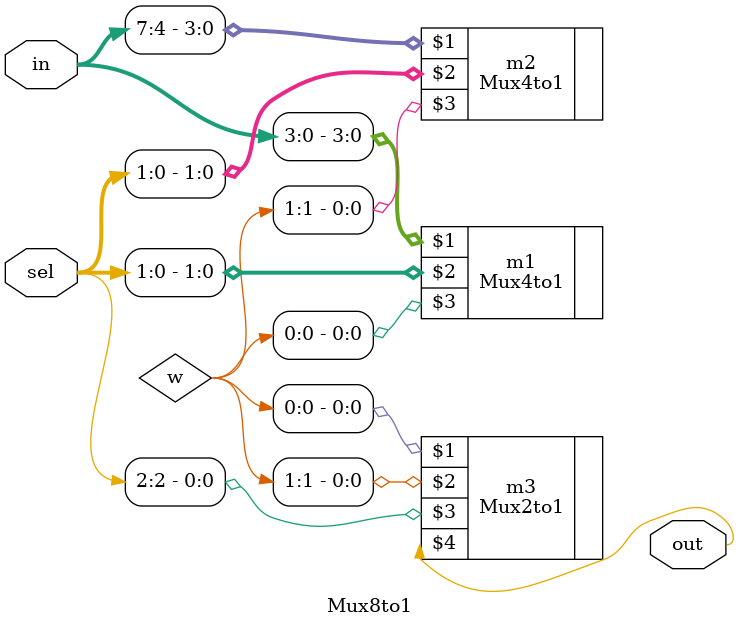
<source format=v>
`timescale 1ns / 1ps
module Mux8to1(
	input [7:0]in,
	input [2:0]sel, // select
	output out );
	
	wire [1:0]w;
	
	Mux4to1 m1(in[3:0], sel[1:0], w[0]);
	Mux4to1 m2(in[7:4], sel[1:0], w[1]);
	Mux2to1 m3(w[0], w[1], sel[2], out);

endmodule

</source>
